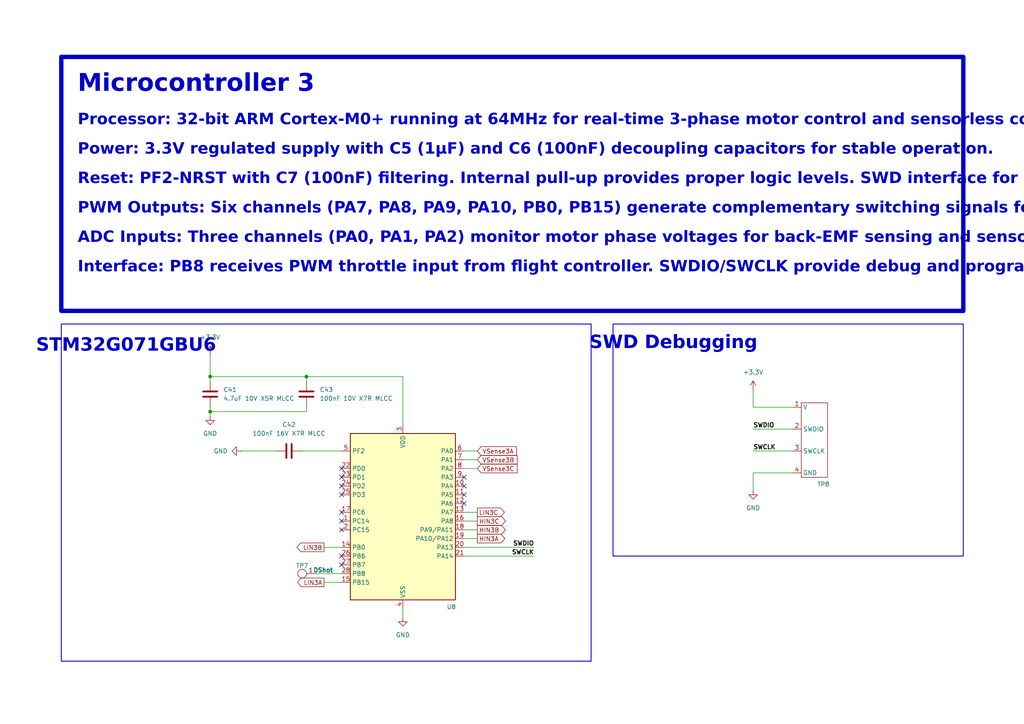
<source format=kicad_sch>
(kicad_sch (version 20250114) (generator "eeschema") (generator_version "9.0")
  (paper "A4")
  (lib_symbols
    (symbol "Device:C" (pin_numbers (hide yes)) (pin_names (offset 0.254))
      (property "Reference" "C" (at 0.635 2.54 0))
      (property "Value" "C" (at 0.635 -2.54 0))
      (symbol "C_0_1"
        (polyline (pts (xy -2.032 0.762) (xy 2.032 0.762)) (stroke (width 0.508)))
        (polyline (pts (xy -2.032 -0.762) (xy 2.032 -0.762)) (stroke (width 0.508)))
      )
      (symbol "C_1_1"
        (pin passive line (at 0 3.81 270) (length 2.794) (name "~") (number "1"))
        (pin passive line (at 0 -3.81 90) (length 2.794) (name "~") (number "2"))
      )
    )
    (symbol "Drone_components:1.27_test_pad"
      (property "Reference" "TP" (at 0 12.446 0))
      (symbol "1.27_test_pad_0_1"
        (rectangle (start -3.81 10.16) (end 3.81 -11.43))
      )
      (symbol "1.27_test_pad_1_1"
        (pin input line (at -6.35 8.89 0) (length 2.54) (name "V") (number "1"))
        (pin input line (at -6.35 2.54 0) (length 2.54) (name "SWDIO") (number "2"))
        (pin input line (at -6.35 -3.81 0) (length 2.54) (name "SWCLK") (number "3"))
        (pin input line (at -6.35 -10.16 0) (length 2.54) (name "GND") (number "4"))
      )
    )
    (symbol "Drone_components:Rectangle_test_point"
      (property "Reference" "TP" (at 0 3.556 0))
      (symbol "Rectangle_test_point_0_1"
        (circle (center 0 0) (radius 1.27))
      )
      (symbol "Rectangle_test_point_1_1"
        (pin input line (at -3.81 0 0) (length 2.54) (name "") (number "1"))
      )
    )
    (symbol "MCU_ST_STM32G0:STM32G071GBUxN"
      (property "Reference" "U" (at -15.24 26.67 0))
      (property "Value" "STM32G071GBUxN" (at 2.54 26.67 0))
      (symbol "STM32G071GBUxN_0_1"
        (rectangle (start -15.24 -22.86) (end 15.24 25.4) (stroke (width 0.254)) (fill (type background)))
      )
      (symbol "STM32G071GBUxN_1_1"
        (pin bidirectional line (at -17.78 20.32 0) (length 2.54) (name "PF2") (number "5"))
        (pin bidirectional line (at -17.78 15.24 0) (length 2.54) (name "PD0") (number "22"))
        (pin bidirectional line (at -17.78 12.7 0) (length 2.54) (name "PD1") (number "23"))
        (pin bidirectional line (at -17.78 10.16 0) (length 2.54) (name "PD2") (number "24"))
        (pin bidirectional line (at -17.78 7.62 0) (length 2.54) (name "PD3") (number "25"))
        (pin bidirectional line (at -17.78 2.54 0) (length 2.54) (name "PC6") (number "17"))
        (pin bidirectional line (at -17.78 0 0) (length 2.54) (name "PC14") (number "1"))
        (pin bidirectional line (at -17.78 -2.54 0) (length 2.54) (name "PC15") (number "2"))
        (pin bidirectional line (at -17.78 -7.62 0) (length 2.54) (name "PB0") (number "14"))
        (pin bidirectional line (at -17.78 -10.16 0) (length 2.54) (name "PB6") (number "26"))
        (pin bidirectional line (at -17.78 -12.7 0) (length 2.54) (name "PB7") (number "27"))
        (pin bidirectional line (at -17.78 -15.24 0) (length 2.54) (name "PB8") (number "28"))
        (pin bidirectional line (at -17.78 -17.78 0) (length 2.54) (name "PB15") (number "15"))
        (pin power_in line (at 0 27.94 270) (length 2.54) (name "VDD") (number "3"))
        (pin power_in line (at 0 -25.4 90) (length 2.54) (name "VSS") (number "4"))
        (pin bidirectional line (at 17.78 20.32 180) (length 2.54) (name "PA0") (number "6"))
        (pin bidirectional line (at 17.78 17.78 180) (length 2.54) (name "PA1") (number "7"))
        (pin bidirectional line (at 17.78 15.24 180) (length 2.54) (name "PA2") (number "8"))
        (pin bidirectional line (at 17.78 12.7 180) (length 2.54) (name "PA3") (number "9"))
        (pin bidirectional line (at 17.78 10.16 180) (length 2.54) (name "PA4") (number "10"))
        (pin bidirectional line (at 17.78 7.62 180) (length 2.54) (name "PA5") (number "11"))
        (pin bidirectional line (at 17.78 5.08 180) (length 2.54) (name "PA6") (number "12"))
        (pin bidirectional line (at 17.78 2.54 180) (length 2.54) (name "PA7") (number "13"))
        (pin bidirectional line (at 17.78 0 180) (length 2.54) (name "PA8") (number "16"))
        (pin bidirectional line (at 17.78 -2.54 180) (length 2.54) (name "PA9/PA11") (number "18"))
        (pin bidirectional line (at 17.78 -5.08 180) (length 2.54) (name "PA10/PA12") (number "19"))
        (pin bidirectional line (at 17.78 -7.62 180) (length 2.54) (name "PA13") (number "20"))
        (pin bidirectional line (at 17.78 -10.16 180) (length 2.54) (name "PA14") (number "21"))
      )
    )
    (symbol "power:+3.3V" (power) (pin_numbers (hide yes)) (pin_names (offset 0) (hide yes))
      (property "Value" "+3.3V" (at 0 3.556 0))
      (symbol "+3.3V_0_1"
        (polyline (pts (xy -0.762 1.27) (xy 0 2.54)))
        (polyline (pts (xy 0 2.54) (xy 0.762 1.27)))
        (polyline (pts (xy 0 0) (xy 0 2.54)))
      )
      (symbol "+3.3V_1_1"
        (pin power_in line (at 0 0 90) (length 0) (name "~") (number "1"))
      )
    )
    (symbol "power:GND" (power) (pin_numbers (hide yes)) (pin_names (offset 0) (hide yes))
      (property "Value" "GND" (at 0 -3.81 0))
      (symbol "GND_0_1"
        (polyline (pts (xy 0 0) (xy 0 -1.27) (xy 1.27 -1.27) (xy 0 -2.54) (xy -1.27 -1.27) (xy 0 -1.27)))
      )
      (symbol "GND_1_1"
        (pin power_in line (at 0 0 270) (length 0) (name "~") (number "1"))
      )
    )
  )
  (rectangle (start 17.78 16.51) (end 279.4 90.17) (stroke (width 1.27)))
  (rectangle (start 177.8 93.98) (end 279.4 161.29) (stroke (width 0.254)))
  (rectangle (start 17.78 93.98) (end 171.45 191.77) (stroke (width 0.254)))
  (text "SWD Debugging" (at 195.326 100.584 0) (effects (font (size 3.81 3.81) (bold yes))))
  (text "STM32G071GBU6" (at 36.576 101.346 0) (effects (font (size 3.81 3.81) (bold yes))))
  (text_box "Microcontroller 3\n_{Processor: 32-bit ARM Cortex-M0+ running at 64MHz for real-time 3-phase motor control and sensorless commutation algorithms.}\n_{Power: 3.3V regulated supply with C5 (1µF) and C6 (100nF) decoupling capacitors for stable operation.}\n_{Reset: PF2-NRST with C7 (100nF) filtering. Internal pull-up provides proper logic levels. SWD interface for programming.}\n_{PWM Outputs: Six channels (PA7, PA8, PA9, PA10, PB0, PB15) generate complementary switching signals for FD6288Q gate driver.}\n_{ADC Inputs: Three channels (PA0, PA1, PA2) monitor motor phase voltages for back-EMF sensing and sensorless rotor position detection.}\n_{Interface: PB8 receives PWM throttle input from flight controller. SWDIO/SWCLK provide debug and programming access.}" (at 21.59 20.32 0) (size 220.98 66.04) (margins 0.9525 0.9525 0.9525 0.9525) (stroke (width -0.0001)) (effects (font (size 5.08 5.08) (bold yes)) (justify left top)))
  (junction (at 88.9 109.22))
  (junction (at 60.96 109.22))
  (junction (at 60.96 119.38))
  (no_connect (at 99.06 148.59))
  (no_connect (at 99.06 138.43))
  (no_connect (at 134.62 138.43))
  (no_connect (at 99.06 161.29))
  (no_connect (at 99.06 135.89))
  (no_connect (at 134.62 143.51))
  (no_connect (at 134.62 140.97))
  (no_connect (at 99.06 153.67))
  (no_connect (at 99.06 143.51))
  (no_connect (at 99.06 151.13))
  (no_connect (at 99.06 163.83))
  (no_connect (at 99.06 140.97))
  (no_connect (at 134.62 146.05))
  (wire (pts (xy 116.84 109.22) (xy 116.84 123.19)))
  (wire (pts (xy 218.44 137.16) (xy 229.87 137.16)))
  (wire (pts (xy 93.98 158.75) (xy 99.06 158.75)))
  (wire (pts (xy 60.96 119.38) (xy 60.96 118.11)))
  (wire (pts (xy 91.44 166.37) (xy 99.06 166.37)))
  (wire (pts (xy 134.62 156.21) (xy 138.43 156.21)))
  (wire (pts (xy 87.63 130.81) (xy 99.06 130.81)))
  (wire (pts (xy 88.9 119.38) (xy 60.96 119.38)))
  (wire (pts (xy 218.44 124.46) (xy 229.87 124.46)))
  (wire (pts (xy 218.44 130.81) (xy 229.87 130.81)))
  (wire (pts (xy 69.85 130.81) (xy 80.01 130.81)))
  (wire (pts (xy 134.62 158.75) (xy 154.94 158.75)))
  (wire (pts (xy 218.44 113.03) (xy 218.44 118.11)))
  (wire (pts (xy 60.96 109.22) (xy 60.96 110.49)))
  (wire (pts (xy 134.62 130.81) (xy 138.43 130.81)))
  (wire (pts (xy 218.44 142.24) (xy 218.44 137.16)))
  (wire (pts (xy 134.62 148.59) (xy 138.43 148.59)))
  (wire (pts (xy 60.96 119.38) (xy 60.96 120.65)))
  (wire (pts (xy 134.62 153.67) (xy 138.43 153.67)))
  (wire (pts (xy 88.9 109.22) (xy 116.84 109.22)))
  (wire (pts (xy 134.62 135.89) (xy 138.43 135.89)))
  (wire (pts (xy 93.98 168.91) (xy 99.06 168.91)))
  (wire (pts (xy 134.62 161.29) (xy 154.94 161.29)))
  (wire (pts (xy 218.44 118.11) (xy 229.87 118.11)))
  (wire (pts (xy 60.96 102.87) (xy 60.96 109.22)))
  (wire (pts (xy 60.96 109.22) (xy 88.9 109.22)))
  (wire (pts (xy 88.9 109.22) (xy 88.9 110.49)))
  (wire (pts (xy 134.62 133.35) (xy 138.43 133.35)))
  (wire (pts (xy 88.9 118.11) (xy 88.9 119.38)))
  (wire (pts (xy 116.84 176.53) (xy 116.84 179.07)))
  (wire (pts (xy 134.62 151.13) (xy 138.43 151.13)))
  (label "SWCLK" (at 154.94 161.29 180) (effects (font (thickness 0.254) (bold yes))))
  (label "SWDIO" (at 218.44 124.46 0) (effects (font (thickness 0.254) (bold yes))))
  (label "SWDIO" (at 154.94 158.75 180) (effects (font (thickness 0.254) (bold yes))))
  (label "SWCLK" (at 218.44 130.81 0) (effects (font (thickness 0.254) (bold yes))))
  (global_label "HIN3C" (shape output) (at 138.43 151.13 0) (property "Intersheetrefs" "${INTERSHEET_REFS}" (effects (hide yes))))
  (global_label "LIN3A" (shape output) (at 93.98 168.91 180) (property "Intersheetrefs" "${INTERSHEET_REFS}" (effects (hide yes))))
  (global_label "VSense3B" (shape input) (at 138.43 133.35 0) (property "Intersheetrefs" "${INTERSHEET_REFS}" (effects (hide yes))))
  (global_label "LIN3B" (shape output) (at 93.98 158.75 180) (property "Intersheetrefs" "${INTERSHEET_REFS}" (effects (hide yes))))
  (global_label "HIN3A" (shape output) (at 138.43 156.21 0) (property "Intersheetrefs" "${INTERSHEET_REFS}" (effects (hide yes))))
  (global_label "LIN3C" (shape output) (at 138.43 148.59 0) (property "Intersheetrefs" "${INTERSHEET_REFS}" (effects (hide yes))))
  (global_label "VSense3C" (shape input) (at 138.43 135.89 0) (property "Intersheetrefs" "${INTERSHEET_REFS}" (effects (hide yes))))
  (global_label "HIN3B" (shape output) (at 138.43 153.67 0) (property "Intersheetrefs" "${INTERSHEET_REFS}" (effects (hide yes))))
  (global_label "VSense3A" (shape input) (at 138.43 130.81 0) (property "Intersheetrefs" "${INTERSHEET_REFS}" (effects (hide yes))))
  (symbol (lib_id "power:GND") (at 60.96 120.65 0) (unit 1)
    (property "Reference" "#PWR054" (effects (hide yes)))
    (property "Value" "GND" (at 60.96 125.73 0))
    (property "Description" "Power symbol creates a global label with name \"GND\" , ground" (effects (hide yes)))
  )
  (symbol (lib_id "Device:C") (at 60.96 114.3 0) (unit 1)
    (property "Reference" "C41" (at 64.77 113.0299 0) (effects (justify left)))
    (property "Value" "4.7uF 10V X5R MLCC" (at 64.77 115.5699 0) (effects (justify left)))
    (property "Footprint" "Capacitor_SMD:C_0402_1005Metric" (effects (hide yes)))
    (property "Description" "Unpolarized capacitor" (effects (hide yes)))
    (property "JLCPCB part" "C23733" (effects (hide yes)))
  )
  (symbol (lib_id "power:GND") (at 218.44 142.24 0) (unit 1)
    (property "Reference" "#PWR058" (effects (hide yes)))
    (property "Value" "GND" (at 218.44 147.32 0))
    (property "Description" "Power symbol creates a global label with name \"GND\" , ground" (effects (hide yes)))
  )
  (symbol (lib_id "power:GND") (at 116.84 179.07 0) (unit 1)
    (property "Reference" "#PWR056" (effects (hide yes)))
    (property "Value" "GND" (at 116.84 184.15 0))
    (property "Description" "Power symbol creates a global label with name \"GND\" , ground" (effects (hide yes)))
  )
  (symbol (lib_id "power:+3.3V") (at 60.96 102.87 0) (unit 1)
    (property "Reference" "#PWR053" (effects (hide yes)))
    (property "Value" "+3.3V" (at 60.96 97.79 0))
    (property "Description" "Power symbol creates a global label with name \"+3.3V\"" (effects (hide yes)))
  )
  (symbol (lib_id "MCU_ST_STM32G0:STM32G071GBUxN") (at 116.84 151.13 0) (unit 1)
    (property "Reference" "U8" (at 129.54 176.022 0) (effects (justify left)))
    (property "Value" "STM32G071GBU6" (effects (hide yes)))
    (property "Footprint" "Package_DFN_QFN:QFN-28_4x4mm_P0.5mm" (effects (hide yes)))
    (property "Datasheet" "https://www.st.com/resource/en/datasheet/stm32g071gb.pdf" (effects (hide yes)))
    (property "Description" "STMicroelectronics Arm Cortex-M0+ MCU, 128KB flash, 36KB RAM, 64 MHz, 1.7-3.6V, 26 GPIO, UFQFPN28" (effects (hide yes)))
    (property "JLCPCB part" "C529347" (effects (hide yes)))
  )
  (symbol (lib_id "power:GND") (at 69.85 130.81 270) (unit 1)
    (property "Reference" "#PWR055" (effects (hide yes)))
    (property "Value" "GND" (at 66.04 130.8099 90) (effects (justify right)))
    (property "Description" "Power symbol creates a global label with name \"GND\" , ground" (effects (hide yes)))
  )
  (symbol (lib_id "Device:C") (at 83.82 130.81 90) (unit 1)
    (property "Reference" "C42" (at 83.82 123.19 90))
    (property "Value" "100nF 16V X7R MLCC" (at 83.82 125.73 90))
    (property "Footprint" "Capacitor_SMD:C_0402_1005Metric" (effects (hide yes)))
    (property "Description" "Unpolarized capacitor" (effects (hide yes)))
    (property "JLCPCB part" "C307331" (effects (hide yes)))
  )
  (symbol (lib_id "Drone_components:1.27_test_pad") (at 236.22 127 0) (unit 1)
    (property "Reference" "TP8" (at 236.982 140.462 0) (effects (justify left)))
    (property "Footprint" "Drone_components:1.27 test pad" (effects (hide yes)))
  )
  (symbol (lib_id "Drone_components:Rectangle_test_point") (at 87.63 166.37 180) (unit 1)
    (property "Reference" "TP7" (at 87.63 164.084 0))
    (property "Value" "DShot" (at 93.726 165.354 0) (effects (font (thickness 0.254) (bold yes))))
    (property "Footprint" "Drone_components:Rectangle test point" (effects (hide yes)))
  )
  (symbol (lib_id "power:+3.3V") (at 218.44 113.03 0) (unit 1)
    (property "Reference" "#PWR057" (effects (hide yes)))
    (property "Value" "+3.3V" (at 218.44 107.95 0))
    (property "Description" "Power symbol creates a global label with name \"+3.3V\"" (effects (hide yes)))
  )
  (symbol (lib_id "Device:C") (at 88.9 114.3 0) (unit 1)
    (property "Reference" "C43" (at 92.71 113.0299 0) (effects (justify left)))
    (property "Value" "100nF 10V X7R MLCC" (at 92.71 115.5699 0) (effects (justify left)))
    (property "Footprint" "Capacitor_SMD:C_0402_1005Metric" (effects (hide yes)))
    (property "Description" "Unpolarized capacitor" (effects (hide yes)))
    (property "JLCPCB part" "C307331" (effects (hide yes)))
  )
)
</source>
